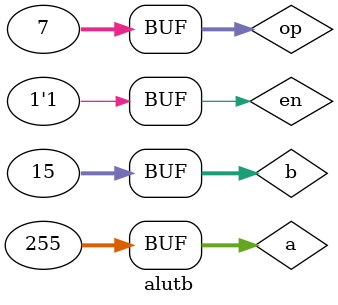
<source format=v>
`timescale 1ns / 1ps


module alutb;

	// Inputs
	reg [31:0] a;
	reg [31:0] b;
	reg en;
	reg [31:0] op;

	// Outputs
	wire [31:0] res;
	wire ach;

	// Instantiate the Unit Under Test (UUT)
	alu uut (
		.a(a), 
		.b(b), 
		.en(en), 
		.res(res), 
		.op(op), 
		.ach(ach)
	);
	initial begin
	$monitor("$time=$g,a=%b,b=%b,en=%b,res=%b,op=%b,ach=%b",$time,a,b,en,res,op,ach);
	end

	initial begin
		// Initialize Inputs

		en = 0;
		

		// Wait 100 ns for global reset to finish
		#30;a =32'h000000ff;
		b = 32'h0000000f;
		en = 1;
		op = 3'b000;
		#30;op = 3'b000;
		#30;op = 3'b001;
		#30;op = 3'b010;
		#30;op = 3'b011;
		#30;op = 3'b100;
		#30;op = 3'b101;
		#30;op = 3'b110;
		#30;op = 3'b111;
        
		// Add stimulus here

	end
      
endmodule


</source>
